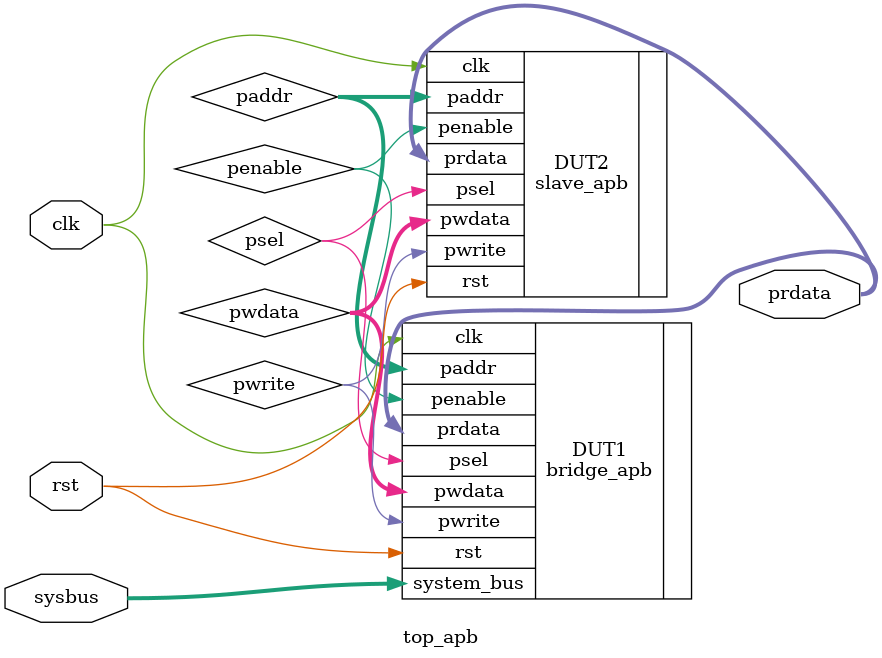
<source format=sv>
module top_apb(clk,rst,sysbus,prdata);
input clk,rst;
output reg [7:0] prdata;
input [20:0] sysbus;


wire psel,penable,pwrite;
wire [7:0] paddr;
wire [7:0] pwdata;

bridge_apb DUT1( .psel(psel),// select signals
             .penable(penable),      // enable signal
              .pwrite(pwrite), // write signal
               .paddr(paddr),  // 8-bit address
              .pwdata(pwdata), // 8-bit data                    	
               .clk(clk),   // clock signal
                .rst(rst), // negedge reset
		.system_bus(sysbus),       
	         .prdata(prdata)    
                    );


slave_apb DUT2( .prdata(prdata), //dataout from slave 
               .penable(penable),// to enable read or write
               .pwrite(pwrite), // control signal 
                .psel(psel),  // select signal
                .clk(clk),   // posedge clk
                 .rst(rst), // negedge reset              
                 .paddr(paddr),  // 8-bit address            
                  .pwdata(pwdata)  // 8-bit write data
                    );

endmodule

  

</source>
